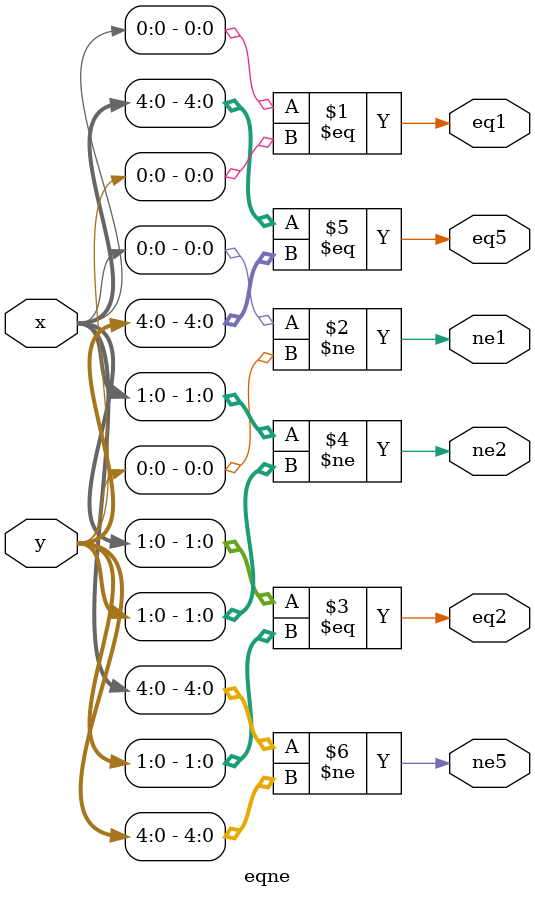
<source format=v>

module eqne(output wire eq1, output wire ne1,
	    output wire eq2, output wire ne2,
	    output wire eq5, output wire ne5,
	    input wire [7:0] x, input wire [7:0] y);

   assign	  eq1 = x[0] == y[0];
   assign	  ne1 = x[0] != y[0];
   assign	  eq2 = x[1:0] == y[1:0];
   assign	  ne2 = x[1:0] != y[1:0];
   assign	  eq5 = x[4:0] == y[4:0];
   assign	  ne5 = x[4:0] != y[4:0];

endmodule // eqne

</source>
